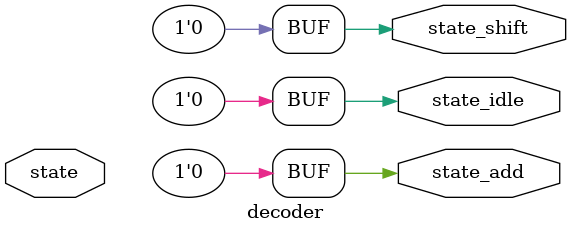
<source format=v>
module decoder(
    input [1:0] state,
    output state_idle, state_add, state_shift
);
assign state_idle = 1'b0;
assign state_add = 1'b0;
assign state_shift = 1'b0;

assign state_idle = ~state[1] & ~state[0];
assign state_add = ~state[1] & state[0];
assign state_shift = state[1] & state[0];

endmodule 
</source>
